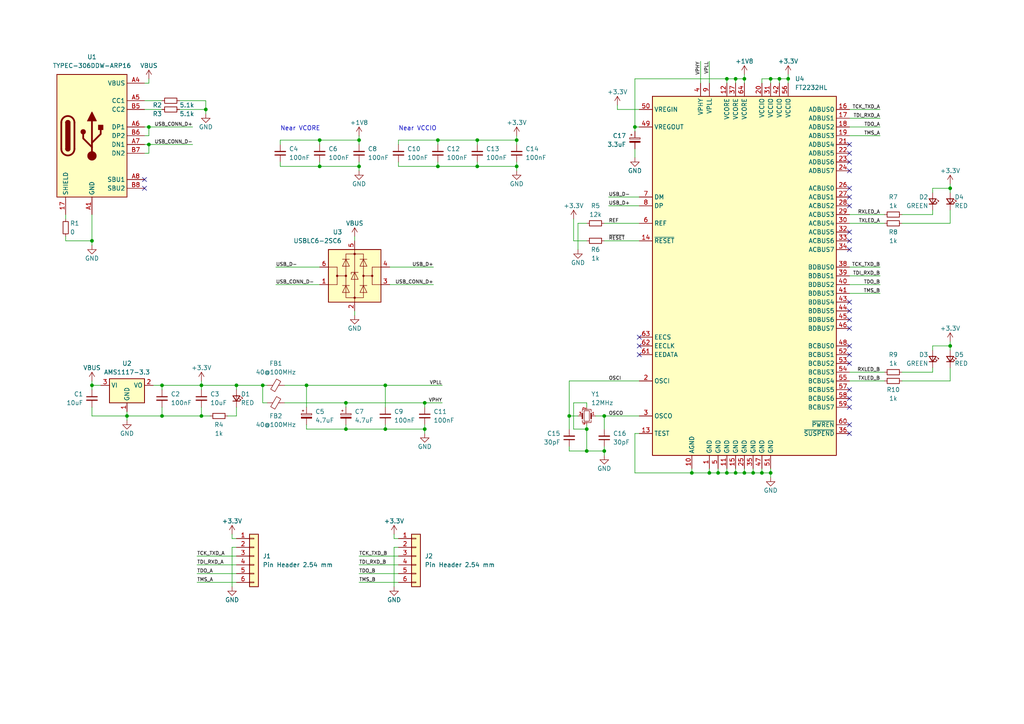
<source format=kicad_sch>
(kicad_sch (version 20230121) (generator eeschema)
  (paper "A4")
  (lib_symbols
    (symbol "+3.3V_1" (power) (pin_names (offset 0))
      (property "Value" "+3.3V_1" (at 0 3.556 0))
      (symbol "+3.3V_1_0_1"
        (polyline (pts (xy -0.762 1.27) (xy 0 2.54)))
        (polyline (pts (xy 0 0) (xy 0 2.54)))
        (polyline (pts (xy 0 2.54) (xy 0.762 1.27)))
      )
      (symbol "+3.3V_1_1_1"
        (pin power_in line (at 0 0 90) (length 0) hide (name "+3.3V") (number "1"))
      )
    )
    (symbol "Connector_Generic:Conn_01x06" (pin_names (offset 1.016) hide)
      (property "Reference" "J" (at 0 7.62 0))
      (property "Value" "Conn_01x06" (at 0 -10.16 0))
      (symbol "Conn_01x06_1_1"
        (rectangle (start -1.27 -7.493) (end 0 -7.747) (stroke (width 0.1524)))
        (rectangle (start -1.27 -4.953) (end 0 -5.207) (stroke (width 0.1524)))
        (rectangle (start -1.27 -2.413) (end 0 -2.667) (stroke (width 0.1524)))
        (rectangle (start -1.27 0.127) (end 0 -0.127) (stroke (width 0.1524)))
        (rectangle (start -1.27 2.667) (end 0 2.413) (stroke (width 0.1524)))
        (rectangle (start -1.27 5.207) (end 0 4.953) (stroke (width 0.1524)))
        (rectangle (start -1.27 6.35) (end 1.27 -8.89) (stroke (width 0.254)) (fill (type background)))
        (pin passive line (at -5.08 5.08 0) (length 3.81) (name "Pin_1") (number "1"))
        (pin passive line (at -5.08 2.54 0) (length 3.81) (name "Pin_2") (number "2"))
        (pin passive line (at -5.08 0 0) (length 3.81) (name "Pin_3") (number "3"))
        (pin passive line (at -5.08 -2.54 0) (length 3.81) (name "Pin_4") (number "4"))
        (pin passive line (at -5.08 -5.08 0) (length 3.81) (name "Pin_5") (number "5"))
        (pin passive line (at -5.08 -7.62 0) (length 3.81) (name "Pin_6") (number "6"))
      )
    )
    (symbol "Device:C_Polarized_Small" (pin_numbers hide) (pin_names (offset 0.254) hide)
      (property "Reference" "C" (at 0.254 1.778 0))
      (property "Value" "C_Polarized_Small" (at 0.254 -2.032 0))
      (symbol "C_Polarized_Small_0_1"
        (rectangle (start -1.524 -0.3048) (end 1.524 -0.6858) (fill (type outline)))
        (rectangle (start -1.524 0.6858) (end 1.524 0.3048))
        (polyline (pts (xy -1.27 1.524) (xy -0.762 1.524)))
        (polyline (pts (xy -1.016 1.27) (xy -1.016 1.778)))
      )
      (symbol "C_Polarized_Small_1_1"
        (pin passive line (at 0 2.54 270) (length 1.8542) (name "~") (number "1"))
        (pin passive line (at 0 -2.54 90) (length 1.8542) (name "~") (number "2"))
      )
    )
    (symbol "Device:C_Small" (pin_numbers hide) (pin_names (offset 0.254) hide)
      (property "Reference" "C" (at 0.254 1.778 0))
      (property "Value" "C_Small" (at 0.254 -2.032 0))
      (symbol "C_Small_0_1"
        (polyline (pts (xy -1.524 -0.508) (xy 1.524 -0.508)) (stroke (width 0.3302)))
        (polyline (pts (xy -1.524 0.508) (xy 1.524 0.508)) (stroke (width 0.3048)))
      )
      (symbol "C_Small_1_1"
        (pin passive line (at 0 2.54 270) (length 2.032) (name "~") (number "1"))
        (pin passive line (at 0 -2.54 90) (length 2.032) (name "~") (number "2"))
      )
    )
    (symbol "Device:Crystal_GND24_Small" (pin_names (offset 1.016) hide)
      (property "Reference" "Y" (at 1.27 4.445 0))
      (property "Value" "Crystal_GND24_Small" (at 1.27 2.54 0))
      (symbol "Crystal_GND24_Small_0_1"
        (rectangle (start -0.762 -1.524) (end 0.762 1.524))
        (polyline (pts (xy -1.27 -0.762) (xy -1.27 0.762)) (stroke (width 0.381)))
        (polyline (pts (xy 1.27 -0.762) (xy 1.27 0.762)) (stroke (width 0.381)))
        (polyline (pts (xy -1.27 -1.27) (xy -1.27 -1.905) (xy 1.27 -1.905) (xy 1.27 -1.27)))
        (polyline (pts (xy -1.27 1.27) (xy -1.27 1.905) (xy 1.27 1.905) (xy 1.27 1.27)))
      )
      (symbol "Crystal_GND24_Small_1_1"
        (pin passive line (at -2.54 0 0) (length 1.27) (name "1") (number "1"))
        (pin passive line (at 0 -2.54 90) (length 0.635) (name "2") (number "2"))
        (pin passive line (at 2.54 0 180) (length 1.27) (name "3") (number "3"))
        (pin passive line (at 0 2.54 270) (length 0.635) (name "4") (number "4"))
      )
    )
    (symbol "Device:FerriteBead_Small" (pin_numbers hide) (pin_names (offset 0))
      (property "Reference" "FB" (at 1.905 1.27 0))
      (property "Value" "FerriteBead_Small" (at 1.905 -1.27 0))
      (symbol "FerriteBead_Small_0_1"
        (polyline (pts (xy 0 -1.27) (xy 0 -0.7874)))
        (polyline (pts (xy 0 0.889) (xy 0 1.2954)))
        (polyline (pts (xy -1.8288 0.2794) (xy -1.1176 1.4986) (xy 1.8288 -0.2032) (xy 1.1176 -1.4224) (xy -1.8288 0.2794)))
      )
      (symbol "FerriteBead_Small_1_1"
        (pin passive line (at 0 2.54 270) (length 1.27) (name "~") (number "1"))
        (pin passive line (at 0 -2.54 90) (length 1.27) (name "~") (number "2"))
      )
    )
    (symbol "Device:LED_Small" (pin_numbers hide) (pin_names (offset 0.254) hide)
      (property "Reference" "D" (at -1.27 3.175 0))
      (property "Value" "LED_Small" (at -4.445 -2.54 0))
      (symbol "LED_Small_0_1"
        (polyline (pts (xy -0.762 -1.016) (xy -0.762 1.016)) (stroke (width 0.254)))
        (polyline (pts (xy 1.016 0) (xy -0.762 0)))
        (polyline (pts (xy 0.762 -1.016) (xy -0.762 0) (xy 0.762 1.016) (xy 0.762 -1.016)) (stroke (width 0.254)))
        (polyline (pts (xy 0 0.762) (xy -0.508 1.27) (xy -0.254 1.27) (xy -0.508 1.27) (xy -0.508 1.016)))
        (polyline (pts (xy 0.508 1.27) (xy 0 1.778) (xy 0.254 1.778) (xy 0 1.778) (xy 0 1.524)))
      )
      (symbol "LED_Small_1_1"
        (pin passive line (at -2.54 0 0) (length 1.778) (name "K") (number "1"))
        (pin passive line (at 2.54 0 180) (length 1.778) (name "A") (number "2"))
      )
    )
    (symbol "Device:R_Small" (pin_numbers hide) (pin_names (offset 0.254) hide)
      (property "Reference" "R" (at 0.762 0.508 0))
      (property "Value" "R_Small" (at 0.762 -1.016 0))
      (symbol "R_Small_0_1"
        (rectangle (start -0.762 1.778) (end 0.762 -1.778) (stroke (width 0.2032)))
      )
      (symbol "R_Small_1_1"
        (pin passive line (at 0 2.54 270) (length 0.762) (name "~") (number "1"))
        (pin passive line (at 0 -2.54 90) (length 0.762) (name "~") (number "2"))
      )
    )
    (symbol "Interface_USB:FT2232HL"
      (property "Reference" "U" (at -26.67 53.34 0))
      (property "Value" "FT2232HL" (at 19.05 53.34 0))
      (symbol "FT2232HL_0_1"
        (rectangle (start -26.67 -52.07) (end 26.67 52.07) (stroke (width 0.254)) (fill (type background)))
      )
      (symbol "FT2232HL_1_1"
        (pin power_in line (at -10.16 -55.88 90) (length 3.81) (name "GND") (number "1"))
        (pin power_in line (at -15.24 -55.88 90) (length 3.81) (name "AGND") (number "10"))
        (pin power_in line (at -5.08 -55.88 90) (length 3.81) (name "GND") (number "11"))
        (pin power_in line (at -5.08 55.88 270) (length 3.81) (name "VCORE") (number "12"))
        (pin input line (at -30.48 -45.72 0) (length 3.81) (name "TEST") (number "13"))
        (pin input line (at -30.48 10.16 0) (length 3.81) (name "~{RESET}") (number "14"))
        (pin power_in line (at -2.54 -55.88 90) (length 3.81) (name "GND") (number "15"))
        (pin bidirectional line (at 30.48 48.26 180) (length 3.81) (name "ADBUS0") (number "16"))
        (pin bidirectional line (at 30.48 45.72 180) (length 3.81) (name "ADBUS1") (number "17"))
        (pin bidirectional line (at 30.48 43.18 180) (length 3.81) (name "ADBUS2") (number "18"))
        (pin bidirectional line (at 30.48 40.64 180) (length 3.81) (name "ADBUS3") (number "19"))
        (pin input line (at -30.48 -30.48 0) (length 3.81) (name "OSCI") (number "2"))
        (pin power_in line (at 5.08 55.88 270) (length 3.81) (name "VCCIO") (number "20"))
        (pin bidirectional line (at 30.48 38.1 180) (length 3.81) (name "ADBUS4") (number "21"))
        (pin bidirectional line (at 30.48 35.56 180) (length 3.81) (name "ADBUS5") (number "22"))
        (pin bidirectional line (at 30.48 33.02 180) (length 3.81) (name "ADBUS6") (number "23"))
        (pin bidirectional line (at 30.48 30.48 180) (length 3.81) (name "ADBUS7") (number "24"))
        (pin power_in line (at 0 -55.88 90) (length 3.81) (name "GND") (number "25"))
        (pin bidirectional line (at 30.48 25.4 180) (length 3.81) (name "ACBUS0") (number "26"))
        (pin bidirectional line (at 30.48 22.86 180) (length 3.81) (name "ACBUS1") (number "27"))
        (pin bidirectional line (at 30.48 20.32 180) (length 3.81) (name "ACBUS2") (number "28"))
        (pin bidirectional line (at 30.48 17.78 180) (length 3.81) (name "ACBUS3") (number "29"))
        (pin output line (at -30.48 -40.64 0) (length 3.81) (name "OSCO") (number "3"))
        (pin bidirectional line (at 30.48 15.24 180) (length 3.81) (name "ACBUS4") (number "30"))
        (pin power_in line (at 7.62 55.88 270) (length 3.81) (name "VCCIO") (number "31"))
        (pin bidirectional line (at 30.48 12.7 180) (length 3.81) (name "ACBUS5") (number "32"))
        (pin bidirectional line (at 30.48 10.16 180) (length 3.81) (name "ACBUS6") (number "33"))
        (pin bidirectional line (at 30.48 7.62 180) (length 3.81) (name "ACBUS7") (number "34"))
        (pin power_in line (at 2.54 -55.88 90) (length 3.81) (name "GND") (number "35"))
        (pin output line (at 30.48 -45.72 180) (length 3.81) (name "~{SUSPEND}") (number "36"))
        (pin power_in line (at -2.54 55.88 270) (length 3.81) (name "VCORE") (number "37"))
        (pin bidirectional line (at 30.48 2.54 180) (length 3.81) (name "BDBUS0") (number "38"))
        (pin bidirectional line (at 30.48 0 180) (length 3.81) (name "BDBUS1") (number "39"))
        (pin power_in line (at -12.7 55.88 270) (length 3.81) (name "VPHY") (number "4"))
        (pin bidirectional line (at 30.48 -2.54 180) (length 3.81) (name "BDBUS2") (number "40"))
        (pin bidirectional line (at 30.48 -5.08 180) (length 3.81) (name "BDBUS3") (number "41"))
        (pin power_in line (at 10.16 55.88 270) (length 3.81) (name "VCCIO") (number "42"))
        (pin bidirectional line (at 30.48 -7.62 180) (length 3.81) (name "BDBUS4") (number "43"))
        (pin bidirectional line (at 30.48 -10.16 180) (length 3.81) (name "BDBUS5") (number "44"))
        (pin bidirectional line (at 30.48 -12.7 180) (length 3.81) (name "BDBUS6") (number "45"))
        (pin bidirectional line (at 30.48 -15.24 180) (length 3.81) (name "BDBUS7") (number "46"))
        (pin power_in line (at 5.08 -55.88 90) (length 3.81) (name "GND") (number "47"))
        (pin bidirectional line (at 30.48 -20.32 180) (length 3.81) (name "BCBUS0") (number "48"))
        (pin power_out line (at -30.48 43.18 0) (length 3.81) (name "VREGOUT") (number "49"))
        (pin power_in line (at -7.62 -55.88 90) (length 3.81) (name "GND") (number "5"))
        (pin power_in line (at -30.48 48.26 0) (length 3.81) (name "VREGIN") (number "50"))
        (pin power_in line (at 7.62 -55.88 90) (length 3.81) (name "GND") (number "51"))
        (pin bidirectional line (at 30.48 -22.86 180) (length 3.81) (name "BCBUS1") (number "52"))
        (pin bidirectional line (at 30.48 -25.4 180) (length 3.81) (name "BCBUS2") (number "53"))
        (pin bidirectional line (at 30.48 -27.94 180) (length 3.81) (name "BCBUS3") (number "54"))
        (pin bidirectional line (at 30.48 -30.48 180) (length 3.81) (name "BCBUS4") (number "55"))
        (pin power_in line (at 12.7 55.88 270) (length 3.81) (name "VCCIO") (number "56"))
        (pin bidirectional line (at 30.48 -33.02 180) (length 3.81) (name "BCBUS5") (number "57"))
        (pin bidirectional line (at 30.48 -35.56 180) (length 3.81) (name "BCBUS6") (number "58"))
        (pin bidirectional line (at 30.48 -38.1 180) (length 3.81) (name "BCBUS7") (number "59"))
        (pin output line (at -30.48 15.24 0) (length 3.81) (name "REF") (number "6"))
        (pin output line (at 30.48 -43.18 180) (length 3.81) (name "~{PWREN}") (number "60"))
        (pin bidirectional line (at -30.48 -22.86 0) (length 3.81) (name "EEDATA") (number "61"))
        (pin output line (at -30.48 -20.32 0) (length 3.81) (name "EECLK") (number "62"))
        (pin output line (at -30.48 -17.78 0) (length 3.81) (name "EECS") (number "63"))
        (pin power_in line (at 0 55.88 270) (length 3.81) (name "VCORE") (number "64"))
        (pin bidirectional line (at -30.48 22.86 0) (length 3.81) (name "DM") (number "7"))
        (pin bidirectional line (at -30.48 20.32 0) (length 3.81) (name "DP") (number "8"))
        (pin input line (at -10.16 55.88 270) (length 3.81) (name "VPLL") (number "9"))
      )
    )
    (symbol "Power_Protection:USBLC6-2SC6" (pin_names hide)
      (property "Reference" "U" (at 2.54 8.89 0))
      (property "Value" "USBLC6-2SC6" (at 2.54 -8.89 0))
      (symbol "USBLC6-2SC6_0_1"
        (rectangle (start -7.62 -7.62) (end 7.62 7.62) (stroke (width 0.254)) (fill (type background)))
        (circle (center -5.08 0) (radius 0.254) (fill (type outline)))
        (circle (center -2.54 0) (radius 0.254) (fill (type outline)))
        (rectangle (start -2.54 6.35) (end 2.54 -6.35))
        (circle (center 0 -6.35) (radius 0.254) (fill (type outline)))
        (polyline (pts (xy -5.08 -2.54) (xy -7.62 -2.54)))
        (polyline (pts (xy -5.08 0) (xy -5.08 -2.54)))
        (polyline (pts (xy -5.08 2.54) (xy -7.62 2.54)))
        (polyline (pts (xy -1.524 -2.794) (xy -3.556 -2.794)))
        (polyline (pts (xy -1.524 4.826) (xy -3.556 4.826)))
        (polyline (pts (xy 0 -7.62) (xy 0 -6.35)))
        (polyline (pts (xy 0 -6.35) (xy 0 1.27)))
        (polyline (pts (xy 0 1.27) (xy 0 6.35)))
        (polyline (pts (xy 0 6.35) (xy 0 7.62)))
        (polyline (pts (xy 1.524 -2.794) (xy 3.556 -2.794)))
        (polyline (pts (xy 1.524 4.826) (xy 3.556 4.826)))
        (polyline (pts (xy 5.08 -2.54) (xy 7.62 -2.54)))
        (polyline (pts (xy 5.08 0) (xy 5.08 -2.54)))
        (polyline (pts (xy 5.08 2.54) (xy 7.62 2.54)))
        (polyline (pts (xy -2.54 0) (xy -5.08 0) (xy -5.08 2.54)))
        (polyline (pts (xy 2.54 0) (xy 5.08 0) (xy 5.08 2.54)))
        (polyline (pts (xy -3.556 -4.826) (xy -1.524 -4.826) (xy -2.54 -2.794) (xy -3.556 -4.826)))
        (polyline (pts (xy -3.556 2.794) (xy -1.524 2.794) (xy -2.54 4.826) (xy -3.556 2.794)))
        (polyline (pts (xy -1.016 -1.016) (xy 1.016 -1.016) (xy 0 1.016) (xy -1.016 -1.016)))
        (polyline (pts (xy 1.016 1.016) (xy 0.762 1.016) (xy -1.016 1.016) (xy -1.016 0.508)))
        (polyline (pts (xy 3.556 -4.826) (xy 1.524 -4.826) (xy 2.54 -2.794) (xy 3.556 -4.826)))
        (polyline (pts (xy 3.556 2.794) (xy 1.524 2.794) (xy 2.54 4.826) (xy 3.556 2.794)))
        (circle (center 0 6.35) (radius 0.254) (fill (type outline)))
        (circle (center 2.54 0) (radius 0.254) (fill (type outline)))
        (circle (center 5.08 0) (radius 0.254) (fill (type outline)))
      )
      (symbol "USBLC6-2SC6_1_1"
        (pin passive line (at -10.16 -2.54 0) (length 2.54) (name "I/O1") (number "1"))
        (pin passive line (at 0 -10.16 90) (length 2.54) (name "GND") (number "2"))
        (pin passive line (at 10.16 -2.54 180) (length 2.54) (name "I/O2") (number "3"))
        (pin passive line (at 10.16 2.54 180) (length 2.54) (name "I/O2") (number "4"))
        (pin passive line (at 0 10.16 270) (length 2.54) (name "VBUS") (number "5"))
        (pin passive line (at -10.16 2.54 0) (length 2.54) (name "I/O1") (number "6"))
      )
    )
    (symbol "Regulator_Linear:AMS1117-3.3"
      (property "Reference" "U" (at -3.81 3.175 0))
      (property "Value" "AMS1117-3.3" (at 0 3.175 0))
      (symbol "AMS1117-3.3_0_1"
        (rectangle (start -5.08 -5.08) (end 5.08 1.905) (stroke (width 0.254)) (fill (type background)))
      )
      (symbol "AMS1117-3.3_1_1"
        (pin power_in line (at 0 -7.62 90) (length 2.54) (name "GND") (number "1"))
        (pin power_out line (at 7.62 0 180) (length 2.54) (name "VO") (number "2"))
        (pin power_in line (at -7.62 0 0) (length 2.54) (name "VI") (number "3"))
      )
    )
    (symbol "TYPEC-306DDW-ARP16:TYPEC-306DDW-ARP16"
      (property "Reference" "U1" (at 0 22.86 0))
      (property "Value" "TYPEC-306DDW-ARP16" (at 0 20.32 0))
      (symbol "TYPEC-306DDW-ARP16_0_1"
        (arc (start -8.89 -3.81) (mid -6.985 -5.7067) (end -5.08 -3.81) (stroke (width 0.508)))
        (arc (start -7.62 -3.81) (mid -6.985 -4.4423) (end -6.35 -3.81) (stroke (width 0.254)))
        (arc (start -7.62 -3.81) (mid -6.985 -4.4423) (end -6.35 -3.81) (stroke (width 0.254)) (fill (type outline)))
        (rectangle (start -7.62 -3.81) (end -6.35 3.81) (stroke (width 0.254)) (fill (type outline)))
        (arc (start -6.35 3.81) (mid -6.985 4.4423) (end -7.62 3.81) (stroke (width 0.254)))
        (arc (start -6.35 3.81) (mid -6.985 4.4423) (end -7.62 3.81) (stroke (width 0.254)) (fill (type outline)))
        (arc (start -5.08 3.81) (mid -6.985 5.7067) (end -8.89 3.81) (stroke (width 0.508)))
        (circle (center -2.54 1.143) (radius 0.635) (stroke (width 0.254)) (fill (type outline)))
        (circle (center 0 -5.842) (radius 1.27) (fill (type outline)))
        (polyline (pts (xy -8.89 -3.81) (xy -8.89 3.81)) (stroke (width 0.508)))
        (polyline (pts (xy -5.08 3.81) (xy -5.08 -3.81)) (stroke (width 0.508)))
        (polyline (pts (xy 0 -5.842) (xy 0 4.318)) (stroke (width 0.508)))
        (polyline (pts (xy 0 -3.302) (xy -2.54 -0.762) (xy -2.54 0.508)) (stroke (width 0.508)))
        (polyline (pts (xy 0 -2.032) (xy 2.54 0.508) (xy 2.54 1.778)) (stroke (width 0.508)))
        (polyline (pts (xy -1.27 4.318) (xy 0 6.858) (xy 1.27 4.318) (xy -1.27 4.318)) (stroke (width 0.254)) (fill (type outline)))
        (rectangle (start 1.905 1.778) (end 3.175 3.048) (stroke (width 0.254)) (fill (type outline)))
      )
      (symbol "TYPEC-306DDW-ARP16_1_1"
        (rectangle (start -10.16 17.78) (end 10.16 -17.78) (stroke (width 0.254)) (fill (type background)))
        (pin passive line (at -7.62 -22.86 90) (length 5.08) (name "SHIELD") (number "17"))
        (pin passive line (at -7.62 -22.86 90) (length 5.08) hide (name "SHIELD") (number "18"))
        (pin passive line (at -7.62 -22.86 90) (length 5.08) hide (name "SHILED") (number "19"))
        (pin passive line (at -7.62 -22.86 90) (length 5.08) hide (name "SHIELD") (number "20"))
        (pin power_out line (at 0 -22.86 90) (length 5.08) (name "GND") (number "A1"))
        (pin power_out line (at 0 -22.86 90) (length 5.08) hide (name "GND") (number "A12"))
        (pin power_out line (at 15.24 15.24 180) (length 5.08) (name "VBUS") (number "A4"))
        (pin bidirectional line (at 15.24 10.16 180) (length 5.08) (name "CC1") (number "A5"))
        (pin bidirectional line (at 15.24 2.54 180) (length 5.08) (name "DP1") (number "A6"))
        (pin bidirectional line (at 15.24 -2.54 180) (length 5.08) (name "DN1") (number "A7"))
        (pin bidirectional line (at 15.24 -12.7 180) (length 5.08) (name "SBU1") (number "A8"))
        (pin power_out line (at 15.24 15.24 180) (length 5.08) hide (name "VBUS") (number "A9"))
        (pin power_out line (at 0 -22.86 90) (length 5.08) hide (name "GND") (number "B1"))
        (pin power_out line (at 0 -22.86 90) (length 5.08) hide (name "GND") (number "B12"))
        (pin power_out line (at 15.24 15.24 180) (length 5.08) hide (name "VBUS") (number "B4"))
        (pin bidirectional line (at 15.24 7.62 180) (length 5.08) (name "CC2") (number "B5"))
        (pin bidirectional line (at 15.24 0 180) (length 5.08) (name "DP2") (number "B6"))
        (pin bidirectional line (at 15.24 -5.08 180) (length 5.08) (name "DN2") (number "B7"))
        (pin bidirectional line (at 15.24 -15.24 180) (length 5.08) (name "SBU2") (number "B8"))
        (pin power_out line (at 15.24 15.24 180) (length 5.08) hide (name "VBUS") (number "B9"))
      )
    )
    (symbol "power:+1V8" (power) (pin_names (offset 0))
      (property "Value" "+1V8" (at 0 3.556 0))
      (symbol "+1V8_0_1"
        (polyline (pts (xy -0.762 1.27) (xy 0 2.54)))
        (polyline (pts (xy 0 0) (xy 0 2.54)))
        (polyline (pts (xy 0 2.54) (xy 0.762 1.27)))
      )
      (symbol "+1V8_1_1"
        (pin power_in line (at 0 0 90) (length 0) hide (name "+1V8") (number "1"))
      )
    )
    (symbol "power:GND" (power) (pin_names (offset 0))
      (property "Value" "GND" (at 0 -3.81 0))
      (symbol "GND_0_1"
        (polyline (pts (xy 0 0) (xy 0 -1.27) (xy 1.27 -1.27) (xy 0 -2.54) (xy -1.27 -1.27) (xy 0 -1.27)))
      )
      (symbol "GND_1_1"
        (pin power_in line (at 0 0 270) (length 0) hide (name "GND") (number "1"))
      )
    )
    (symbol "power:PWR_FLAG" (power) (pin_numbers hide) (pin_names (offset 0) hide)
      (property "Value" "PWR_FLAG" (at 0 3.81 0))
      (symbol "PWR_FLAG_0_0"
        (pin power_out line (at 0 0 90) (length 0) (name "pwr") (number "1"))
      )
      (symbol "PWR_FLAG_0_1"
        (polyline (pts (xy 0 0) (xy 0 1.27) (xy -1.016 1.905) (xy 0 2.54) (xy 1.016 1.905) (xy 0 1.27)))
      )
    )
    (symbol "power:VBUS" (power) (pin_names (offset 0))
      (property "Value" "VBUS" (at 0 3.81 0))
      (symbol "VBUS_0_1"
        (polyline (pts (xy -0.762 1.27) (xy 0 2.54)))
        (polyline (pts (xy 0 0) (xy 0 2.54)))
        (polyline (pts (xy 0 2.54) (xy 0.762 1.27)))
      )
      (symbol "VBUS_1_1"
        (pin power_in line (at 0 0 90) (length 0) hide (name "VBUS") (number "1"))
      )
    )
  )
  (junction (at 223.52 137.16))
  (junction (at 138.43 48.26))
  (junction (at 213.36 22.86))
  (junction (at 127 48.26))
  (junction (at 220.98 137.16))
  (junction (at 149.86 48.26))
  (junction (at 205.74 137.16))
  (junction (at 92.71 48.26))
  (junction (at 100.33 116.84))
  (junction (at 184.15 36.83))
  (junction (at 88.9 111.76))
  (junction (at 213.36 137.16))
  (junction (at 26.67 111.76))
  (junction (at 111.76 111.76))
  (junction (at 43.18 36.83))
  (junction (at 59.69 31.75))
  (junction (at 111.76 124.46))
  (junction (at 215.9 137.16))
  (junction (at 170.18 124.46))
  (junction (at 275.59 100.33))
  (junction (at 58.42 120.65))
  (junction (at 100.33 124.46))
  (junction (at 127 40.64))
  (junction (at 46.99 111.76))
  (junction (at 92.71 40.64))
  (junction (at 175.26 130.81))
  (junction (at 208.28 137.16))
  (junction (at 68.58 111.76))
  (junction (at 149.86 40.64))
  (junction (at 228.6 22.86))
  (junction (at 215.9 22.86))
  (junction (at 104.14 40.64))
  (junction (at 26.67 69.85))
  (junction (at 210.82 137.16))
  (junction (at 200.66 137.16))
  (junction (at 175.26 120.65))
  (junction (at 46.99 120.65))
  (junction (at 223.52 22.86))
  (junction (at 218.44 137.16))
  (junction (at 104.14 48.26))
  (junction (at 123.19 116.84))
  (junction (at 210.82 22.86))
  (junction (at 58.42 111.76))
  (junction (at 170.18 130.81))
  (junction (at 275.59 54.61))
  (junction (at 76.2 111.76))
  (junction (at 36.83 120.65))
  (junction (at 43.18 41.91))
  (junction (at 138.43 40.64))
  (junction (at 165.1 120.65))
  (junction (at 123.19 124.46))
  (junction (at 226.06 22.86))
  (no_connect (at 185.42 97.79))
  (no_connect (at 246.38 95.25))
  (no_connect (at 246.38 59.69))
  (no_connect (at 246.38 49.53))
  (no_connect (at 246.38 118.11))
  (no_connect (at 185.42 102.87))
  (no_connect (at 246.38 69.85))
  (no_connect (at 246.38 92.71))
  (no_connect (at 246.38 100.33))
  (no_connect (at 246.38 41.91))
  (no_connect (at 246.38 67.31))
  (no_connect (at 41.91 52.07))
  (no_connect (at 246.38 115.57))
  (no_connect (at 246.38 57.15))
  (no_connect (at 246.38 105.41))
  (no_connect (at 246.38 113.03))
  (no_connect (at 246.38 102.87))
  (no_connect (at 246.38 90.17))
  (no_connect (at 41.91 54.61))
  (no_connect (at 246.38 46.99))
  (no_connect (at 246.38 125.73))
  (no_connect (at 246.38 54.61))
  (no_connect (at 246.38 123.19))
  (no_connect (at 246.38 72.39))
  (no_connect (at 246.38 87.63))
  (no_connect (at 246.38 44.45))
  (no_connect (at 185.42 100.33))
  (wire (pts (xy 104.14 166.37) (xy 115.57 166.37)))
  (wire (pts (xy 226.06 22.86) (xy 226.06 24.13)))
  (wire (pts (xy 115.57 46.99) (xy 115.57 48.26)))
  (wire (pts (xy 123.19 124.46) (xy 123.19 123.19)))
  (wire (pts (xy 213.36 135.89) (xy 213.36 137.16)))
  (wire (pts (xy 226.06 22.86) (xy 228.6 22.86)))
  (wire (pts (xy 36.83 120.65) (xy 46.99 120.65)))
  (wire (pts (xy 270.51 100.33) (xy 275.59 100.33)))
  (wire (pts (xy 275.59 106.68) (xy 275.59 110.49)))
  (wire (pts (xy 81.28 41.91) (xy 81.28 40.64)))
  (wire (pts (xy 165.1 130.81) (xy 165.1 129.54)))
  (wire (pts (xy 165.1 110.49) (xy 185.42 110.49)))
  (wire (pts (xy 57.15 166.37) (xy 68.58 166.37)))
  (wire (pts (xy 59.69 33.02) (xy 59.69 31.75)))
  (wire (pts (xy 175.26 120.65) (xy 185.42 120.65)))
  (wire (pts (xy 111.76 111.76) (xy 128.27 111.76)))
  (wire (pts (xy 67.31 154.94) (xy 67.31 156.21)))
  (wire (pts (xy 80.01 77.47) (xy 92.71 77.47)))
  (wire (pts (xy 208.28 135.89) (xy 208.28 137.16)))
  (wire (pts (xy 223.52 22.86) (xy 223.52 24.13)))
  (wire (pts (xy 127 48.26) (xy 138.43 48.26)))
  (wire (pts (xy 218.44 137.16) (xy 215.9 137.16)))
  (wire (pts (xy 115.57 41.91) (xy 115.57 40.64)))
  (wire (pts (xy 104.14 39.37) (xy 104.14 40.64)))
  (wire (pts (xy 184.15 43.18) (xy 184.15 45.72)))
  (wire (pts (xy 41.91 29.21) (xy 46.99 29.21)))
  (wire (pts (xy 166.37 124.46) (xy 170.18 124.46)))
  (wire (pts (xy 220.98 22.86) (xy 223.52 22.86)))
  (wire (pts (xy 208.28 137.16) (xy 210.82 137.16)))
  (wire (pts (xy 184.15 125.73) (xy 184.15 137.16)))
  (wire (pts (xy 261.62 62.23) (xy 270.51 62.23)))
  (wire (pts (xy 43.18 41.91) (xy 43.18 44.45)))
  (wire (pts (xy 88.9 123.19) (xy 88.9 124.46)))
  (wire (pts (xy 218.44 135.89) (xy 218.44 137.16)))
  (wire (pts (xy 46.99 111.76) (xy 58.42 111.76)))
  (wire (pts (xy 82.55 111.76) (xy 88.9 111.76)))
  (wire (pts (xy 67.31 156.21) (xy 68.58 156.21)))
  (wire (pts (xy 26.67 111.76) (xy 29.21 111.76)))
  (wire (pts (xy 57.15 161.29) (xy 68.58 161.29)))
  (wire (pts (xy 275.59 53.34) (xy 275.59 54.61)))
  (wire (pts (xy 82.55 116.84) (xy 100.33 116.84)))
  (wire (pts (xy 179.07 31.75) (xy 185.42 31.75)))
  (wire (pts (xy 68.58 158.75) (xy 67.31 158.75)))
  (wire (pts (xy 270.51 101.6) (xy 270.51 100.33)))
  (wire (pts (xy 220.98 24.13) (xy 220.98 22.86)))
  (wire (pts (xy 223.52 135.89) (xy 223.52 137.16)))
  (wire (pts (xy 68.58 113.03) (xy 68.58 111.76)))
  (wire (pts (xy 41.91 31.75) (xy 46.99 31.75)))
  (wire (pts (xy 223.52 137.16) (xy 223.52 138.43)))
  (wire (pts (xy 26.67 118.11) (xy 26.67 120.65)))
  (wire (pts (xy 210.82 24.13) (xy 210.82 22.86)))
  (wire (pts (xy 275.59 99.06) (xy 275.59 100.33)))
  (wire (pts (xy 19.05 69.85) (xy 26.67 69.85)))
  (wire (pts (xy 175.26 130.81) (xy 170.18 130.81)))
  (wire (pts (xy 46.99 120.65) (xy 58.42 120.65)))
  (wire (pts (xy 88.9 111.76) (xy 111.76 111.76)))
  (wire (pts (xy 58.42 118.11) (xy 58.42 120.65)))
  (wire (pts (xy 246.38 39.37) (xy 255.27 39.37)))
  (wire (pts (xy 104.14 40.64) (xy 104.14 41.91)))
  (wire (pts (xy 26.67 111.76) (xy 26.67 113.03)))
  (wire (pts (xy 36.83 120.65) (xy 26.67 120.65)))
  (wire (pts (xy 170.18 123.19) (xy 170.18 124.46)))
  (wire (pts (xy 270.51 106.68) (xy 270.51 107.95)))
  (wire (pts (xy 246.38 36.83) (xy 255.27 36.83)))
  (wire (pts (xy 228.6 22.86) (xy 228.6 24.13)))
  (wire (pts (xy 88.9 118.11) (xy 88.9 111.76)))
  (wire (pts (xy 261.62 64.77) (xy 275.59 64.77)))
  (wire (pts (xy 213.36 22.86) (xy 213.36 24.13)))
  (wire (pts (xy 26.67 110.49) (xy 26.67 111.76)))
  (wire (pts (xy 127 46.99) (xy 127 48.26)))
  (wire (pts (xy 170.18 124.46) (xy 170.18 130.81)))
  (wire (pts (xy 26.67 62.23) (xy 26.67 69.85)))
  (wire (pts (xy 261.62 110.49) (xy 275.59 110.49)))
  (wire (pts (xy 184.15 36.83) (xy 185.42 36.83)))
  (wire (pts (xy 170.18 116.84) (xy 166.37 116.84)))
  (wire (pts (xy 203.2 17.78) (xy 203.2 24.13)))
  (wire (pts (xy 80.01 82.55) (xy 92.71 82.55)))
  (wire (pts (xy 170.18 64.77) (xy 167.64 64.77)))
  (wire (pts (xy 26.67 69.85) (xy 26.67 71.12)))
  (wire (pts (xy 111.76 124.46) (xy 123.19 124.46)))
  (wire (pts (xy 92.71 48.26) (xy 104.14 48.26)))
  (wire (pts (xy 184.15 22.86) (xy 184.15 36.83)))
  (wire (pts (xy 246.38 110.49) (xy 256.54 110.49)))
  (wire (pts (xy 68.58 120.65) (xy 66.04 120.65)))
  (wire (pts (xy 81.28 48.26) (xy 92.71 48.26)))
  (wire (pts (xy 114.3 156.21) (xy 115.57 156.21)))
  (wire (pts (xy 165.1 120.65) (xy 167.64 120.65)))
  (wire (pts (xy 115.57 158.75) (xy 114.3 158.75)))
  (wire (pts (xy 41.91 36.83) (xy 43.18 36.83)))
  (wire (pts (xy 246.38 64.77) (xy 256.54 64.77)))
  (wire (pts (xy 213.36 137.16) (xy 215.9 137.16)))
  (wire (pts (xy 166.37 116.84) (xy 166.37 124.46)))
  (wire (pts (xy 59.69 29.21) (xy 59.69 31.75)))
  (wire (pts (xy 81.28 46.99) (xy 81.28 48.26)))
  (wire (pts (xy 172.72 120.65) (xy 175.26 120.65)))
  (wire (pts (xy 149.86 39.37) (xy 149.86 40.64)))
  (wire (pts (xy 114.3 154.94) (xy 114.3 156.21)))
  (wire (pts (xy 185.42 125.73) (xy 184.15 125.73)))
  (wire (pts (xy 111.76 111.76) (xy 111.76 118.11)))
  (wire (pts (xy 36.83 119.38) (xy 36.83 120.65)))
  (wire (pts (xy 43.18 22.86) (xy 43.18 24.13)))
  (wire (pts (xy 52.07 29.21) (xy 59.69 29.21)))
  (wire (pts (xy 165.1 124.46) (xy 165.1 120.65)))
  (wire (pts (xy 76.2 116.84) (xy 76.2 111.76)))
  (wire (pts (xy 100.33 123.19) (xy 100.33 124.46)))
  (wire (pts (xy 220.98 137.16) (xy 223.52 137.16)))
  (wire (pts (xy 218.44 137.16) (xy 220.98 137.16)))
  (wire (pts (xy 125.73 82.55) (xy 113.03 82.55)))
  (wire (pts (xy 102.87 68.58) (xy 102.87 69.85)))
  (wire (pts (xy 246.38 62.23) (xy 256.54 62.23)))
  (wire (pts (xy 165.1 110.49) (xy 165.1 120.65)))
  (wire (pts (xy 58.42 111.76) (xy 58.42 113.03)))
  (wire (pts (xy 210.82 135.89) (xy 210.82 137.16)))
  (wire (pts (xy 138.43 48.26) (xy 149.86 48.26)))
  (wire (pts (xy 57.15 163.83) (xy 68.58 163.83)))
  (wire (pts (xy 100.33 118.11) (xy 100.33 116.84)))
  (wire (pts (xy 184.15 22.86) (xy 210.82 22.86)))
  (wire (pts (xy 113.03 77.47) (xy 125.73 77.47)))
  (wire (pts (xy 213.36 22.86) (xy 215.9 22.86)))
  (wire (pts (xy 223.52 22.86) (xy 226.06 22.86)))
  (wire (pts (xy 246.38 31.75) (xy 255.27 31.75)))
  (wire (pts (xy 205.74 135.89) (xy 205.74 137.16)))
  (wire (pts (xy 246.38 80.01) (xy 255.27 80.01)))
  (wire (pts (xy 46.99 118.11) (xy 46.99 120.65)))
  (wire (pts (xy 246.38 85.09) (xy 255.27 85.09)))
  (wire (pts (xy 176.53 59.69) (xy 185.42 59.69)))
  (wire (pts (xy 43.18 36.83) (xy 43.18 39.37)))
  (wire (pts (xy 19.05 62.23) (xy 19.05 63.5)))
  (wire (pts (xy 246.38 77.47) (xy 255.27 77.47)))
  (wire (pts (xy 176.53 57.15) (xy 185.42 57.15)))
  (wire (pts (xy 104.14 48.26) (xy 104.14 46.99)))
  (wire (pts (xy 275.59 60.96) (xy 275.59 64.77)))
  (wire (pts (xy 68.58 118.11) (xy 68.58 120.65)))
  (wire (pts (xy 104.14 161.29) (xy 115.57 161.29)))
  (wire (pts (xy 215.9 22.86) (xy 215.9 24.13)))
  (wire (pts (xy 170.18 69.85) (xy 166.37 69.85)))
  (wire (pts (xy 68.58 111.76) (xy 58.42 111.76)))
  (wire (pts (xy 104.14 163.83) (xy 115.57 163.83)))
  (wire (pts (xy 138.43 40.64) (xy 138.43 41.91)))
  (wire (pts (xy 58.42 120.65) (xy 60.96 120.65)))
  (wire (pts (xy 115.57 48.26) (xy 127 48.26)))
  (wire (pts (xy 114.3 158.75) (xy 114.3 170.18)))
  (wire (pts (xy 127 40.64) (xy 138.43 40.64)))
  (wire (pts (xy 88.9 124.46) (xy 100.33 124.46)))
  (wire (pts (xy 52.07 31.75) (xy 59.69 31.75)))
  (wire (pts (xy 100.33 124.46) (xy 111.76 124.46)))
  (wire (pts (xy 215.9 21.59) (xy 215.9 22.86)))
  (wire (pts (xy 205.74 17.78) (xy 205.74 24.13)))
  (wire (pts (xy 175.26 130.81) (xy 175.26 132.08)))
  (wire (pts (xy 76.2 111.76) (xy 77.47 111.76)))
  (wire (pts (xy 270.51 55.88) (xy 270.51 54.61)))
  (wire (pts (xy 215.9 -7.62) (xy 215.9 -2.54)))
  (wire (pts (xy 92.71 40.64) (xy 92.71 41.91)))
  (wire (pts (xy 67.31 158.75) (xy 67.31 170.18)))
  (wire (pts (xy 19.05 68.58) (xy 19.05 69.85)))
  (wire (pts (xy 104.14 48.26) (xy 104.14 49.53)))
  (wire (pts (xy 200.66 137.16) (xy 205.74 137.16)))
  (wire (pts (xy 123.19 116.84) (xy 128.27 116.84)))
  (wire (pts (xy 228.6 21.59) (xy 228.6 22.86)))
  (wire (pts (xy 220.98 135.89) (xy 220.98 137.16)))
  (wire (pts (xy 166.37 69.85) (xy 166.37 63.5)))
  (wire (pts (xy 92.71 46.99) (xy 92.71 48.26)))
  (wire (pts (xy 81.28 40.64) (xy 92.71 40.64)))
  (wire (pts (xy 210.82 22.86) (xy 213.36 22.86)))
  (wire (pts (xy 123.19 118.11) (xy 123.19 116.84)))
  (wire (pts (xy 92.71 40.64) (xy 104.14 40.64)))
  (wire (pts (xy 43.18 24.13) (xy 41.91 24.13)))
  (wire (pts (xy 167.64 64.77) (xy 167.64 72.39)))
  (wire (pts (xy 127 40.64) (xy 127 41.91)))
  (wire (pts (xy 185.42 64.77) (xy 175.26 64.77)))
  (wire (pts (xy 184.15 36.83) (xy 184.15 38.1)))
  (wire (pts (xy 170.18 118.11) (xy 170.18 116.84)))
  (wire (pts (xy 138.43 40.64) (xy 149.86 40.64)))
  (wire (pts (xy 170.18 130.81) (xy 165.1 130.81)))
  (wire (pts (xy 149.86 48.26) (xy 149.86 46.99)))
  (wire (pts (xy 205.74 137.16) (xy 208.28 137.16)))
  (wire (pts (xy 102.87 90.17) (xy 102.87 91.44)))
  (wire (pts (xy 57.15 168.91) (xy 68.58 168.91)))
  (wire (pts (xy 43.18 36.83) (xy 55.88 36.83)))
  (wire (pts (xy 104.14 168.91) (xy 115.57 168.91)))
  (wire (pts (xy 41.91 41.91) (xy 43.18 41.91)))
  (wire (pts (xy 270.51 54.61) (xy 275.59 54.61)))
  (wire (pts (xy 200.66 135.89) (xy 200.66 137.16)))
  (wire (pts (xy 138.43 46.99) (xy 138.43 48.26)))
  (wire (pts (xy 149.86 48.26) (xy 149.86 49.53)))
  (wire (pts (xy 184.15 137.16) (xy 200.66 137.16)))
  (wire (pts (xy 246.38 34.29) (xy 255.27 34.29)))
  (wire (pts (xy 275.59 54.61) (xy 275.59 55.88)))
  (wire (pts (xy 175.26 129.54) (xy 175.26 130.81)))
  (wire (pts (xy 41.91 44.45) (xy 43.18 44.45)))
  (wire (pts (xy 123.19 124.46) (xy 123.19 125.73)))
  (wire (pts (xy 115.57 40.64) (xy 127 40.64)))
  (wire (pts (xy 36.83 120.65) (xy 36.83 121.92)))
  (wire (pts (xy 246.38 107.95) (xy 256.54 107.95)))
  (wire (pts (xy 68.58 111.76) (xy 76.2 111.76)))
  (wire (pts (xy 275.59 100.33) (xy 275.59 101.6)))
  (wire (pts (xy 175.26 120.65) (xy 175.26 124.46)))
  (wire (pts (xy 179.07 30.48) (xy 179.07 31.75)))
  (wire (pts (xy 270.51 60.96) (xy 270.51 62.23)))
  (wire (pts (xy 58.42 110.49) (xy 58.42 111.76)))
  (wire (pts (xy 100.33 116.84) (xy 123.19 116.84)))
  (wire (pts (xy 215.9 135.89) (xy 215.9 137.16)))
  (wire (pts (xy 44.45 111.76) (xy 46.99 111.76)))
  (wire (pts (xy 41.91 39.37) (xy 43.18 39.37)))
  (wire (pts (xy 77.47 116.84) (xy 76.2 116.84)))
  (wire (pts (xy 210.82 137.16) (xy 213.36 137.16)))
  (wire (pts (xy 111.76 123.19) (xy 111.76 124.46)))
  (wire (pts (xy 149.86 40.64) (xy 149.86 41.91)))
  (wire (pts (xy 46.99 111.76) (xy 46.99 113.03)))
  (wire (pts (xy 246.38 82.55) (xy 255.27 82.55)))
  (wire (pts (xy 175.26 69.85) (xy 185.42 69.85)))
  (wire (pts (xy 43.18 41.91) (xy 55.88 41.91)))
  (wire (pts (xy 261.62 107.95) (xy 270.51 107.95)))
  (text "Near VCORE" (at 81.28 38.1 0) (effects (font (size 1.27 1.27)) (justify left bottom)))
  (text "Near VCCIO" (at 115.57 38.1 0) (effects (font (size 1.27 1.27)) (justify left bottom)))
  (label "TCK_TXD_B" (at 255.27 77.47 180) (effects (font (size 1 1))))
  (label "USB_CONN_D-" (at 55.88 41.91 180) (effects (font (size 1 1))))
  (label "TDI_RXD_A" (at 57.15 163.83 0) (effects (font (size 1 1))))
  (label "USB_D-" (at 80.01 77.47 0) (effects (font (size 1 1))))
  (label "TXLED_A" (at 255.27 64.77 180) (effects (font (size 1 1))))
  (label "OSCO" (at 176.53 120.65 0) (effects (font (size 1 1))))
  (label "OSCI" (at 176.53 110.49 0) (effects (font (size 1 1))))
  (label "USB_CONN_D-" (at 80.01 82.55 0) (effects (font (size 1 1))))
  (label "USB_D-" (at 176.53 57.15 0) (effects (font (size 1 1))))
  (label "RXLED_B" (at 255.27 107.95 180) (effects (font (size 1 1))))
  (label "TCK_TXD_B" (at 104.14 161.29 0) (effects (font (size 1 1))))
  (label "TXLED_B" (at 255.27 110.49 180) (effects (font (size 1 1))))
  (label "VPHY" (at 215.9 -2.54 90) (effects (font (size 1 1))))
  (label "VPHY" (at 128.27 116.84 180) (effects (font (size 1 1))))
  (label "TDO_B" (at 104.14 166.37 0) (effects (font (size 1 1))))
  (label "VPHY" (at 203.2 17.78 270) (effects (font (size 1 1))))
  (label "TDI_RXD_B" (at 255.27 80.01 180) (effects (font (size 1 1))))
  (label "TMS_B" (at 104.14 168.91 0) (effects (font (size 1 1))))
  (label "TDI_RXD_A" (at 255.27 34.29 180) (effects (font (size 1 1))))
  (label "USB_D+" (at 176.53 59.69 0) (effects (font (size 1 1))))
  (label "TCK_TXD_A" (at 255.27 31.75 180) (effects (font (size 1 1))))
  (label "REF" (at 176.53 64.77 0) (effects (font (size 1 1))))
  (label "USB_CONN_D+" (at 55.88 36.83 180) (effects (font (size 1 1))))
  (label "TDO_A" (at 255.27 36.83 180) (effects (font (size 1 1))))
  (label "~{RESET}" (at 176.53 69.85 0) (effects (font (size 1 1))))
  (label "TDI_RXD_B" (at 104.14 163.83 0) (effects (font (size 1 1))))
  (label "TMS_A" (at 57.15 168.91 0) (effects (font (size 1 1))))
  (label "VPLL" (at 205.74 17.78 270) (effects (font (size 1 1))))
  (label "TMS_B" (at 255.27 85.09 180) (effects (font (size 1 1))))
  (label "VPLL" (at 128.27 111.76 180) (effects (font (size 1 1))))
  (label "TDO_B" (at 255.27 82.55 180) (effects (font (size 1 1))))
  (label "USB_CONN_D+" (at 125.73 82.55 180) (effects (font (size 1 1))))
  (label "RXLED_A" (at 255.27 62.23 180) (effects (font (size 1 1))))
  (label "TCK_TXD_A" (at 57.15 161.29 0) (effects (font (size 1 1))))
  (label "TMS_A" (at 255.27 39.37 180) (effects (font (size 1 1))))
  (label "TDO_A" (at 57.15 166.37 0) (effects (font (size 1 1))))
  (label "USB_D+" (at 125.73 77.47 180) (effects (font (size 1 1))))
  (symbol (lib_id "Device:FerriteBead_Small") (at 80.01 116.84 90) (unit 1)
    (property "Reference" "FB2" (at 80.01 120.65 90))
    (property "Value" "40@100MHz" (at 80.01 123.19 90))
    (property "Footprint" "Inductor_SMD:L_0603_1608Metric_Pad1.05x0.95mm_HandSolder" (effects hide))
    (property "LCSC" "C142073" (effects hide))
  )
  (symbol (lib_id "Device:LED_Small") (at 275.59 104.14 270) (mirror x) (unit 1)
    (property "Reference" "D5" (at 276.86 102.87 90) (effects (justify left)))
    (property "Value" "RED" (at 276.86 105.41 90) (effects (justify left)))
    (property "Footprint" "LED_SMD:LED_0603_1608Metric_Pad1.05x0.95mm_HandSolder" (effects hide))
    (property "LCSC" "C2286" (effects hide))
  )
  (symbol (lib_name "+3.3V_1") (lib_id "power:+3.3V") (at 166.37 63.5 0) (unit 1)
    (property "Reference" "#PWR018" (effects hide))
    (property "Value" "+3.3V" (at 166.37 59.69 0))
  )
  (symbol (lib_id "Device:C_Small") (at 26.67 115.57 0) (unit 1)
    (property "Reference" "C1" (at 24.13 114.3 0) (effects (justify right)))
    (property "Value" "10uF" (at 24.13 116.84 0) (effects (justify right)))
    (property "Footprint" "Capacitor_SMD:C_0603_1608Metric_Pad1.08x0.95mm_HandSolder" (effects hide))
    (property "LCSC" "C19702" (effects hide))
  )
  (symbol (lib_id "power:GND") (at 67.31 170.18 0) (unit 1)
    (property "Reference" "#PWR08" (effects hide))
    (property "Value" "GND" (at 67.31 173.99 0))
  )
  (symbol (lib_id "Device:LED_Small") (at 68.58 115.57 270) (mirror x) (unit 1)
    (property "Reference" "D1" (at 69.85 114.3 90) (effects (justify left)))
    (property "Value" "RED" (at 69.85 116.84 90) (effects (justify left)))
    (property "Footprint" "LED_SMD:LED_0603_1608Metric_Pad1.05x0.95mm_HandSolder" (effects hide))
    (property "LCSC" "C2286" (effects hide))
  )
  (symbol (lib_id "power:GND") (at 184.15 45.72 0) (unit 1)
    (property "Reference" "#PWR022" (effects hide))
    (property "Value" "GND" (at 184.15 49.53 0))
  )
  (symbol (lib_id "Connector_Generic:Conn_01x06") (at 73.66 161.29 0) (unit 1)
    (property "Reference" "J1" (at 76.2 161.29 0) (effects (justify left)))
    (property "Value" "Pin Header 2.54 mm" (at 76.2 163.83 0) (effects (justify left)))
    (property "Footprint" "Connector_PinHeader_2.54mm:PinHeader_1x06_P2.54mm_Vertical" (effects hide))
    (property "LCSC" "C37208" (effects hide))
  )
  (symbol (lib_id "Device:R_Small") (at 172.72 64.77 90) (unit 1)
    (property "Reference" "R5" (at 172.72 59.69 90))
    (property "Value" "12k" (at 172.72 62.23 90))
    (property "Footprint" "Resistor_SMD:R_0603_1608Metric_Pad0.98x0.95mm_HandSolder" (effects hide))
    (property "LCSC" "C22790" (effects hide))
  )
  (symbol (lib_name "+3.3V_1") (lib_id "power:+3.3V") (at 275.59 99.06 0) (unit 1)
    (property "Reference" "#PWR027" (effects hide))
    (property "Value" "+3.3V" (at 275.59 95.25 0))
  )
  (symbol (lib_id "Interface_USB:FT2232HL") (at 215.9 80.01 0) (unit 1)
    (property "Reference" "U4" (at 230.5559 22.86 0) (effects (justify left)))
    (property "Value" "FT2232HL" (at 230.5559 25.4 0) (effects (justify left)))
    (property "Footprint" "Package_QFP:LQFP-64_10x10mm_P0.5mm" (effects hide))
    (property "Datasheet" "https://www.ftdichip.com/Support/Documents/DataSheets/ICs/DS_FT2232H.pdf" (effects hide))
    (property "LCSC" "C27882" (effects hide))
  )
  (symbol (lib_id "Device:R_Small") (at 49.53 29.21 90) (unit 1)
    (property "Reference" "R2" (at 46.99 30.48 90) (effects (justify left)))
    (property "Value" "5.1k" (at 52.07 30.48 90) (effects (justify right)))
    (property "Footprint" "Resistor_SMD:R_0603_1608Metric_Pad0.98x0.95mm_HandSolder" (effects hide))
    (property "LCSC" "C23186" (effects hide))
  )
  (symbol (lib_id "Power_Protection:USBLC6-2SC6") (at 102.87 80.01 0) (unit 1)
    (property "Reference" "U3" (at 96.52 67.31 0) (effects (justify left)))
    (property "Value" "USBLC6-2SC6" (at 85.09 69.85 0) (effects (justify left)))
    (property "Footprint" "Package_TO_SOT_SMD:SOT-23-6" (effects hide))
    (property "Datasheet" "https://www.st.com/resource/en/datasheet/usblc6-2.pdf" (effects hide))
    (property "LCSC" "C2827654" (effects hide))
  )
  (symbol (lib_id "Device:R_Small") (at 172.72 69.85 90) (unit 1)
    (property "Reference" "R6" (at 172.72 72.39 90))
    (property "Value" "1k" (at 172.72 74.93 90))
    (property "Footprint" "Resistor_SMD:R_0603_1608Metric_Pad0.98x0.95mm_HandSolder" (effects hide))
    (property "LCSC" "C21190" (effects hide))
  )
  (symbol (lib_id "Device:C_Small") (at 138.43 44.45 180) (unit 1)
    (property "Reference" "C13" (at 140.97 43.18 0) (effects (justify right)))
    (property "Value" "100nF" (at 140.97 45.72 0) (effects (justify right)))
    (property "Footprint" "Capacitor_SMD:C_0603_1608Metric_Pad1.08x0.95mm_HandSolder" (effects hide))
    (property "LCSC" "C14663" (effects hide))
  )
  (symbol (lib_id "Regulator_Linear:AMS1117-3.3") (at 36.83 111.76 0) (unit 1)
    (property "Reference" "U2" (at 36.83 105.41 0))
    (property "Value" "AMS1117-3.3" (at 36.83 107.95 0))
    (property "Footprint" "Package_TO_SOT_SMD:SOT-223-3_TabPin2" (effects hide))
    (property "Datasheet" "http://www.advanced-monolithic.com/pdf/ds1117.pdf" (effects hide))
    (property "LCSC" "C6186" (effects hide))
  )
  (symbol (lib_id "Device:C_Polarized_Small") (at 88.9 120.65 0) (unit 1)
    (property "Reference" "C5" (at 91.44 119.38 0) (effects (justify left)))
    (property "Value" "4.7uF" (at 91.44 121.92 0) (effects (justify left)))
    (property "Footprint" "Capacitor_Tantalum_SMD:CP_EIA-3216-18_Kemet-A_Pad1.58x1.35mm_HandSolder" (effects hide))
    (property "LCSC" "C1952741" (effects hide))
  )
  (symbol (lib_name "+3.3V_1") (lib_id "power:+3.3V") (at 275.59 53.34 0) (unit 1)
    (property "Reference" "#PWR026" (effects hide))
    (property "Value" "+3.3V" (at 275.59 49.53 0))
  )
  (symbol (lib_id "Device:LED_Small") (at 275.59 58.42 270) (mirror x) (unit 1)
    (property "Reference" "D4" (at 276.86 57.15 90) (effects (justify left)))
    (property "Value" "RED" (at 276.86 59.69 90) (effects (justify left)))
    (property "Footprint" "LED_SMD:LED_0603_1608Metric_Pad1.05x0.95mm_HandSolder" (effects hide))
    (property "LCSC" "C2286" (effects hide))
  )
  (symbol (lib_id "Device:C_Small") (at 111.76 120.65 0) (unit 1)
    (property "Reference" "C9" (at 114.3 119.38 0) (effects (justify left)))
    (property "Value" "100nF" (at 114.3 121.92 0) (effects (justify left)))
    (property "Footprint" "Capacitor_SMD:C_0603_1608Metric_Pad1.08x0.95mm_HandSolder" (effects hide))
    (property "LCSC" "C14663" (effects hide))
  )
  (symbol (lib_id "Device:R_Small") (at 259.08 62.23 90) (unit 1)
    (property "Reference" "R7" (at 259.08 57.15 90))
    (property "Value" "1k" (at 259.08 59.69 90))
    (property "Footprint" "Resistor_SMD:R_0603_1608Metric_Pad0.98x0.95mm_HandSolder" (effects hide))
    (property "LCSC" "C21190" (effects hide))
  )
  (symbol (lib_id "Device:C_Small") (at 92.71 44.45 180) (unit 1)
    (property "Reference" "C6" (at 95.25 43.18 0) (effects (justify right)))
    (property "Value" "100nF" (at 95.25 45.72 0) (effects (justify right)))
    (property "Footprint" "Capacitor_SMD:C_0603_1608Metric_Pad1.08x0.95mm_HandSolder" (effects hide))
    (property "LCSC" "C14663" (effects hide))
  )
  (symbol (lib_id "power:GND") (at 114.3 170.18 0) (unit 1)
    (property "Reference" "#PWR014" (effects hide))
    (property "Value" "GND" (at 114.3 173.99 0))
  )
  (symbol (lib_id "power:GND") (at 26.67 71.12 0) (unit 1)
    (property "Reference" "#PWR01" (effects hide))
    (property "Value" "GND" (at 26.67 74.93 0))
  )
  (symbol (lib_id "power:GND") (at 167.64 72.39 0) (unit 1)
    (property "Reference" "#PWR019" (effects hide))
    (property "Value" "GND" (at 167.64 76.2 0))
  )
  (symbol (lib_id "Device:C_Small") (at 165.1 127 0) (mirror x) (unit 1)
    (property "Reference" "C15" (at 162.56 125.73 0) (effects (justify right)))
    (property "Value" "30pF" (at 162.56 128.27 0) (effects (justify right)))
    (property "Footprint" "Capacitor_SMD:C_0603_1608Metric_Pad1.08x0.95mm_HandSolder" (effects hide))
    (property "LCSC" "C1658" (effects hide))
  )
  (symbol (lib_id "power:GND") (at 223.52 138.43 0) (unit 1)
    (property "Reference" "#PWR024" (effects hide))
    (property "Value" "GND" (at 223.52 142.24 0))
  )
  (symbol (lib_id "Device:C_Small") (at 58.42 115.57 0) (unit 1)
    (property "Reference" "C3" (at 60.96 114.3 0) (effects (justify left)))
    (property "Value" "10uF" (at 60.96 116.84 0) (effects (justify left)))
    (property "Footprint" "Capacitor_SMD:C_0603_1608Metric_Pad1.08x0.95mm_HandSolder" (effects hide))
    (property "LCSC" "C19702" (effects hide))
  )
  (symbol (lib_id "TYPEC-306DDW-ARP16:TYPEC-306DDW-ARP16") (at 26.67 39.37 0) (unit 1)
    (property "Reference" "U1" (at 26.67 16.51 0))
    (property "Value" "TYPEC-306DDW-ARP16" (at 26.67 19.05 0))
    (property "Footprint" "footprint:USB-C-TH_TYPEC-306DDW-ARP16" (effects hide))
    (property "Datasheet" "https://atta.szlcsc.com/upload/public/pdf/source/20210615/C2840393_5ECB4BCA359AC3461FA7E53138CB9E2B.pdf" (effects hide))
    (property "LCSC" "C2840393" (effects hide))
  )
  (symbol (lib_id "Device:R_Small") (at 19.05 66.04 0) (unit 1)
    (property "Reference" "R1" (at 20.32 64.77 0) (effects (justify left)))
    (property "Value" "0" (at 20.32 67.31 0) (effects (justify left)))
    (property "Footprint" "Resistor_SMD:R_0603_1608Metric_Pad0.98x0.95mm_HandSolder" (effects hide))
    (property "LCSC" "C21189" (effects hide))
  )
  (symbol (lib_id "Connector_Generic:Conn_01x06") (at 120.65 161.29 0) (unit 1)
    (property "Reference" "J2" (at 123.19 161.29 0) (effects (justify left)))
    (property "Value" "Pin Header 2.54 mm" (at 123.19 163.83 0) (effects (justify left)))
    (property "Footprint" "Connector_PinHeader_2.54mm:PinHeader_1x06_P2.54mm_Vertical" (effects hide))
    (property "LCSC" "C37208" (effects hide))
  )
  (symbol (lib_name "+3.3V_1") (lib_id "power:+3.3V") (at 114.3 154.94 0) (unit 1)
    (property "Reference" "#PWR013" (effects hide))
    (property "Value" "+3.3V" (at 114.3 151.13 0))
  )
  (symbol (lib_id "Device:C_Small") (at 149.86 44.45 180) (unit 1)
    (property "Reference" "C14" (at 152.4 43.18 0) (effects (justify right)))
    (property "Value" "100nF" (at 152.4 45.72 0) (effects (justify right)))
    (property "Footprint" "Capacitor_SMD:C_0603_1608Metric_Pad1.08x0.95mm_HandSolder" (effects hide))
    (property "LCSC" "C14663" (effects hide))
  )
  (symbol (lib_id "power:VBUS") (at 43.18 22.86 0) (unit 1)
    (property "Reference" "#PWR04" (effects hide))
    (property "Value" "VBUS" (at 43.18 19.05 0))
  )
  (symbol (lib_id "power:GND") (at 175.26 132.08 0) (unit 1)
    (property "Reference" "#PWR020" (effects hide))
    (property "Value" "GND" (at 175.26 135.89 0))
  )
  (symbol (lib_id "Device:R_Small") (at 259.08 110.49 270) (unit 1)
    (property "Reference" "R10" (at 259.08 113.03 90))
    (property "Value" "1k" (at 259.08 115.57 90))
    (property "Footprint" "Resistor_SMD:R_0603_1608Metric_Pad0.98x0.95mm_HandSolder" (effects hide))
    (property "LCSC" "C21190" (effects hide))
  )
  (symbol (lib_id "Device:FerriteBead_Small") (at 80.01 111.76 90) (unit 1)
    (property "Reference" "FB1" (at 80.01 105.41 90))
    (property "Value" "40@100MHz" (at 80.01 107.95 90))
    (property "Footprint" "Inductor_SMD:L_0603_1608Metric_Pad1.05x0.95mm_HandSolder" (effects hide))
    (property "LCSC" "C142073" (effects hide))
  )
  (symbol (lib_id "power:GND") (at 36.83 121.92 0) (unit 1)
    (property "Reference" "#PWR03" (effects hide))
    (property "Value" "GND" (at 36.83 125.73 0))
  )
  (symbol (lib_id "Device:C_Small") (at 123.19 120.65 0) (unit 1)
    (property "Reference" "C11" (at 125.73 119.3863 0) (effects (justify left)))
    (property "Value" "100nF" (at 125.73 121.9263 0) (effects (justify left)))
    (property "Footprint" "Capacitor_SMD:C_0603_1608Metric_Pad1.08x0.95mm_HandSolder" (effects hide))
    (property "LCSC" "C14663" (effects hide))
  )
  (symbol (lib_id "power:VBUS") (at 102.87 68.58 0) (unit 1)
    (property "Reference" "#PWR09" (effects hide))
    (property "Value" "VBUS" (at 102.87 64.77 0))
  )
  (symbol (lib_id "Device:C_Small") (at 46.99 115.57 0) (unit 1)
    (property "Reference" "C2" (at 49.53 114.3 0) (effects (justify left)))
    (property "Value" "100nF" (at 49.53 116.84 0) (effects (justify left)))
    (property "Footprint" "Capacitor_SMD:C_0603_1608Metric_Pad1.08x0.95mm_HandSolder" (effects hide))
    (property "LCSC" "C14663" (effects hide))
  )
  (symbol (lib_id "Device:LED_Small") (at 270.51 58.42 270) (mirror x) (unit 1)
    (property "Reference" "D2" (at 269.24 57.15 90) (effects (justify right)))
    (property "Value" "GREEN" (at 269.24 59.69 90) (effects (justify right)))
    (property "Footprint" "LED_SMD:LED_0603_1608Metric_Pad1.05x0.95mm_HandSolder" (effects hide))
    (property "LCSC" "C72043" (effects hide))
  )
  (symbol (lib_id "Device:C_Small") (at 175.26 127 180) (unit 1)
    (property "Reference" "C16" (at 177.8 125.73 0) (effects (justify right)))
    (property "Value" "30pF" (at 177.8 128.27 0) (effects (justify right)))
    (property "Footprint" "Capacitor_SMD:C_0603_1608Metric_Pad1.08x0.95mm_HandSolder" (effects hide))
    (property "LCSC" "C1658" (effects hide))
  )
  (symbol (lib_id "Device:LED_Small") (at 270.51 104.14 270) (mirror x) (unit 1)
    (property "Reference" "D3" (at 269.24 102.87 90) (effects (justify right)))
    (property "Value" "GREEN" (at 269.24 105.41 90) (effects (justify right)))
    (property "Footprint" "LED_SMD:LED_0603_1608Metric_Pad1.05x0.95mm_HandSolder" (effects hide))
    (property "LCSC" "C72043" (effects hide))
  )
  (symbol (lib_id "Device:R_Small") (at 49.53 31.75 90) (unit 1)
    (property "Reference" "R3" (at 46.99 33.02 90) (effects (justify left)))
    (property "Value" "5.1k" (at 52.07 33.02 90) (effects (justify right)))
    (property "Footprint" "Resistor_SMD:R_0603_1608Metric_Pad0.98x0.95mm_HandSolder" (effects hide))
    (property "LCSC" "C23186" (effects hide))
  )
  (symbol (lib_id "Device:C_Small") (at 115.57 44.45 180) (unit 1)
    (property "Reference" "C10" (at 118.11 43.18 0) (effects (justify right)))
    (property "Value" "100nF" (at 118.11 45.72 0) (effects (justify right)))
    (property "Footprint" "Capacitor_SMD:C_0603_1608Metric_Pad1.08x0.95mm_HandSolder" (effects hide))
    (property "LCSC" "C14663" (effects hide))
  )
  (symbol (lib_id "Device:R_Small") (at 63.5 120.65 90) (unit 1)
    (property "Reference" "R4" (at 63.5 123.19 90))
    (property "Value" "1k" (at 63.5 125.73 90))
    (property "Footprint" "Resistor_SMD:R_0603_1608Metric_Pad0.98x0.95mm_HandSolder" (effects hide))
    (property "LCSC" "C21190" (effects hide))
  )
  (symbol (lib_id "Device:C_Polarized_Small") (at 100.33 120.65 0) (unit 1)
    (property "Reference" "C7" (at 102.87 119.38 0) (effects (justify left)))
    (property "Value" "4.7uF" (at 102.87 121.92 0) (effects (justify left)))
    (property "Footprint" "Capacitor_Tantalum_SMD:CP_EIA-3216-18_Kemet-A_Pad1.58x1.35mm_HandSolder" (effects hide))
    (property "LCSC" "C1952741" (effects hide))
  )
  (symbol (lib_id "power:+1V8") (at 215.9 21.59 0) (unit 1)
    (property "Reference" "#PWR023" (effects hide))
    (property "Value" "+1V8" (at 215.9 17.78 0))
  )
  (symbol (lib_id "power:GND") (at 104.14 49.53 0) (unit 1)
    (property "Reference" "#PWR012" (effects hide))
    (property "Value" "GND" (at 104.14 53.34 0))
  )
  (symbol (lib_id "Device:Crystal_GND24_Small") (at 170.18 120.65 180) (unit 1)
    (property "Reference" "Y1" (at 171.45 114.3 0) (effects (justify right)))
    (property "Value" "12MHz" (at 171.45 116.84 0) (effects (justify right)))
    (property "Footprint" "Crystal:Crystal_SMD_3225-4Pin_3.2x2.5mm" (effects hide))
    (property "LCSC" "C9002" (effects hide))
  )
  (symbol (lib_id "power:PWR_FLAG") (at 215.9 -7.62 0) (unit 1)
    (property "Reference" "#FLG01" (effects hide))
    (property "Value" "PWR_FLAG" (at 215.9 -11.43 0))
  )
  (symbol (lib_id "Device:C_Small") (at 104.14 44.45 180) (unit 1)
    (property "Reference" "C8" (at 106.68 43.18 0) (effects (justify right)))
    (property "Value" "100nF" (at 106.68 45.72 0) (effects (justify right)))
    (property "Footprint" "Capacitor_SMD:C_0603_1608Metric_Pad1.08x0.95mm_HandSolder" (effects hide))
    (property "LCSC" "C14663" (effects hide))
  )
  (symbol (lib_name "+3.3V_1") (lib_id "power:+3.3V") (at 67.31 154.94 0) (unit 1)
    (property "Reference" "#PWR07" (effects hide))
    (property "Value" "+3.3V" (at 67.31 151.13 0))
  )
  (symbol (lib_id "power:GND") (at 123.19 125.73 0) (unit 1)
    (property "Reference" "#PWR015" (effects hide))
    (property "Value" "GND" (at 123.19 129.54 0))
  )
  (symbol (lib_id "Device:C_Small") (at 127 44.45 180) (unit 1)
    (property "Reference" "C12" (at 129.54 43.18 0) (effects (justify right)))
    (property "Value" "100nF" (at 129.54 45.72 0) (effects (justify right)))
    (property "Footprint" "Capacitor_SMD:C_0603_1608Metric_Pad1.08x0.95mm_HandSolder" (effects hide))
    (property "LCSC" "C14663" (effects hide))
  )
  (symbol (lib_id "Device:R_Small") (at 259.08 107.95 90) (unit 1)
    (property "Reference" "R9" (at 259.08 102.87 90))
    (property "Value" "1k" (at 259.08 105.41 90))
    (property "Footprint" "Resistor_SMD:R_0603_1608Metric_Pad0.98x0.95mm_HandSolder" (effects hide))
    (property "LCSC" "C21190" (effects hide))
  )
  (symbol (lib_name "+3.3V_1") (lib_id "power:+3.3V") (at 58.42 110.49 0) (unit 1)
    (property "Reference" "#PWR05" (effects hide))
    (property "Value" "+3.3V" (at 58.42 106.68 0))
  )
  (symbol (lib_id "power:GND") (at 102.87 91.44 0) (unit 1)
    (property "Reference" "#PWR010" (effects hide))
    (property "Value" "GND" (at 102.87 95.25 0))
  )
  (symbol (lib_id "Device:R_Small") (at 259.08 64.77 270) (unit 1)
    (property "Reference" "R8" (at 259.08 67.31 90))
    (property "Value" "1k" (at 259.08 69.85 90))
    (property "Footprint" "Resistor_SMD:R_0603_1608Metric_Pad0.98x0.95mm_HandSolder" (effects hide))
    (property "LCSC" "C21190" (effects hide))
  )
  (symbol (lib_id "power:VBUS") (at 26.67 110.49 0) (unit 1)
    (property "Reference" "#PWR02" (effects hide))
    (property "Value" "VBUS" (at 26.67 106.68 0))
  )
  (symbol (lib_name "+3.3V_1") (lib_id "power:+3.3V") (at 228.6 21.59 0) (unit 1)
    (property "Reference" "#PWR025" (effects hide))
    (property "Value" "+3.3V" (at 228.6 17.78 0))
  )
  (symbol (lib_id "Device:C_Small") (at 81.28 44.45 180) (unit 1)
    (property "Reference" "C4" (at 83.82 43.18 0) (effects (justify right)))
    (property "Value" "100nF" (at 83.82 45.72 0) (effects (justify right)))
    (property "Footprint" "Capacitor_SMD:C_0603_1608Metric_Pad1.08x0.95mm_HandSolder" (effects hide))
    (property "LCSC" "C14663" (effects hide))
  )
  (symbol (lib_id "Device:C_Polarized_Small") (at 184.15 40.64 0) (unit 1)
    (property "Reference" "C17" (at 181.61 39.37 0) (effects (justify right)))
    (property "Value" "3.3uF" (at 181.61 41.91 0) (effects (justify right)))
    (property "Footprint" "Capacitor_Tantalum_SMD:CP_EIA-3216-18_Kemet-A_Pad1.58x1.35mm_HandSolder" (effects hide))
    (property "LCSC" "C1955444" (effects hide))
  )
  (symbol (lib_name "+3.3V_1") (lib_id "power:+3.3V") (at 179.07 30.48 0) (unit 1)
    (property "Reference" "#PWR021" (effects hide))
    (property "Value" "+3.3V" (at 179.07 26.67 0))
  )
  (symbol (lib_name "+3.3V_1") (lib_id "power:+3.3V") (at 149.86 39.37 0) (unit 1)
    (property "Reference" "#PWR016" (effects hide))
    (property "Value" "+3.3V" (at 149.86 35.56 0))
  )
  (symbol (lib_id "power:+1V8") (at 104.14 39.37 0) (unit 1)
    (property "Reference" "#PWR011" (effects hide))
    (property "Value" "+1V8" (at 104.14 35.56 0))
  )
  (symbol (lib_id "power:GND") (at 59.69 33.02 0) (unit 1)
    (property "Reference" "#PWR06" (effects hide))
    (property "Value" "GND" (at 59.69 36.83 0))
  )
  (symbol (lib_id "power:GND") (at 149.86 49.53 0) (unit 1)
    (property "Reference" "#PWR017" (effects hide))
    (property "Value" "GND" (at 149.86 53.34 0))
  )
)
</source>
